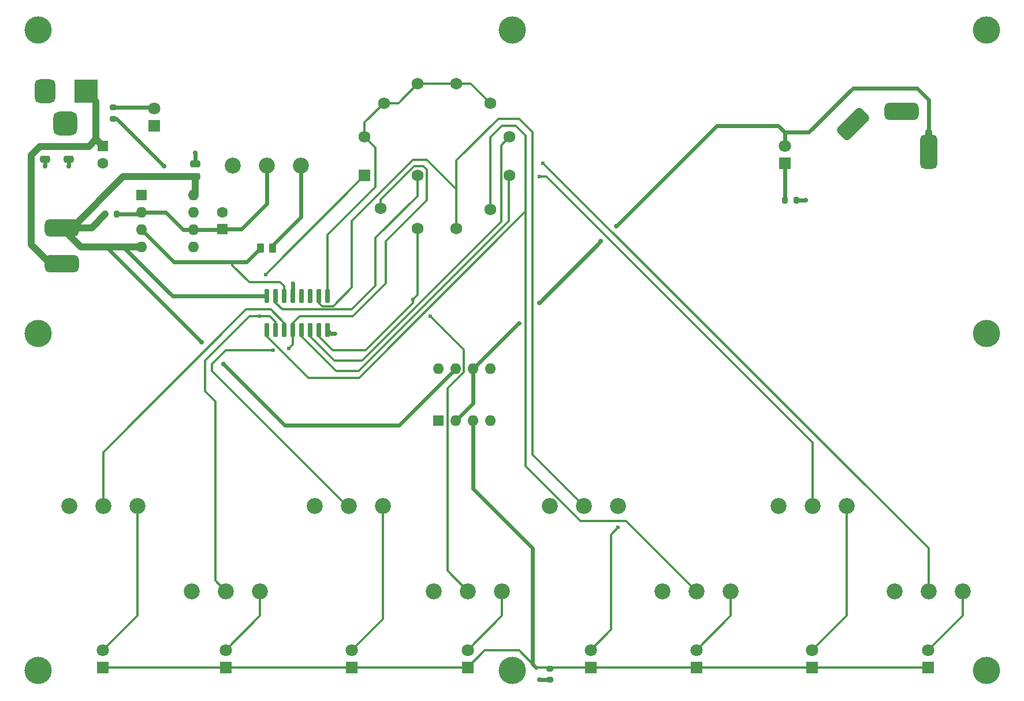
<source format=gbr>
%TF.GenerationSoftware,KiCad,Pcbnew,8.0.3*%
%TF.CreationDate,2024-06-17T23:07:46+02:00*%
%TF.ProjectId,Sequenceur,53657175-656e-4636-9575-722e6b696361,rev?*%
%TF.SameCoordinates,PX4add0a0PY8e93060*%
%TF.FileFunction,Copper,L1,Top*%
%TF.FilePolarity,Positive*%
%FSLAX46Y46*%
G04 Gerber Fmt 4.6, Leading zero omitted, Abs format (unit mm)*
G04 Created by KiCad (PCBNEW 8.0.3) date 2024-06-17 23:07:46*
%MOMM*%
%LPD*%
G01*
G04 APERTURE LIST*
G04 Aperture macros list*
%AMRoundRect*
0 Rectangle with rounded corners*
0 $1 Rounding radius*
0 $2 $3 $4 $5 $6 $7 $8 $9 X,Y pos of 4 corners*
0 Add a 4 corners polygon primitive as box body*
4,1,4,$2,$3,$4,$5,$6,$7,$8,$9,$2,$3,0*
0 Add four circle primitives for the rounded corners*
1,1,$1+$1,$2,$3*
1,1,$1+$1,$4,$5*
1,1,$1+$1,$6,$7*
1,1,$1+$1,$8,$9*
0 Add four rect primitives between the rounded corners*
20,1,$1+$1,$2,$3,$4,$5,0*
20,1,$1+$1,$4,$5,$6,$7,0*
20,1,$1+$1,$6,$7,$8,$9,0*
20,1,$1+$1,$8,$9,$2,$3,0*%
G04 Aperture macros list end*
%TA.AperFunction,ComponentPad*%
%ADD10R,3.500000X3.500000*%
%TD*%
%TA.AperFunction,ComponentPad*%
%ADD11RoundRect,0.750000X-0.750000X-1.000000X0.750000X-1.000000X0.750000X1.000000X-0.750000X1.000000X0*%
%TD*%
%TA.AperFunction,ComponentPad*%
%ADD12RoundRect,0.875000X-0.875000X-0.875000X0.875000X-0.875000X0.875000X0.875000X-0.875000X0.875000X0*%
%TD*%
%TA.AperFunction,ComponentPad*%
%ADD13RoundRect,0.625000X1.767767X0.883883X0.883883X1.767767X-1.767767X-0.883883X-0.883883X-1.767767X0*%
%TD*%
%TA.AperFunction,ComponentPad*%
%ADD14RoundRect,0.625000X-0.625000X-1.875000X0.625000X-1.875000X0.625000X1.875000X-0.625000X1.875000X0*%
%TD*%
%TA.AperFunction,ComponentPad*%
%ADD15RoundRect,0.625000X-1.875000X0.625000X-1.875000X-0.625000X1.875000X-0.625000X1.875000X0.625000X0*%
%TD*%
%TA.AperFunction,ComponentPad*%
%ADD16RoundRect,0.625000X1.875000X-0.625000X1.875000X0.625000X-1.875000X0.625000X-1.875000X-0.625000X0*%
%TD*%
%TA.AperFunction,WasherPad*%
%ADD17C,4.000000*%
%TD*%
%TA.AperFunction,ComponentPad*%
%ADD18C,2.340000*%
%TD*%
%TA.AperFunction,SMDPad,CuDef*%
%ADD19RoundRect,0.200000X0.200000X0.275000X-0.200000X0.275000X-0.200000X-0.275000X0.200000X-0.275000X0*%
%TD*%
%TA.AperFunction,ComponentPad*%
%ADD20R,1.800000X1.800000*%
%TD*%
%TA.AperFunction,ComponentPad*%
%ADD21C,1.800000*%
%TD*%
%TA.AperFunction,SMDPad,CuDef*%
%ADD22RoundRect,0.200000X0.275000X-0.200000X0.275000X0.200000X-0.275000X0.200000X-0.275000X-0.200000X0*%
%TD*%
%TA.AperFunction,ComponentPad*%
%ADD23R,1.600000X1.600000*%
%TD*%
%TA.AperFunction,ComponentPad*%
%ADD24O,1.600000X1.600000*%
%TD*%
%TA.AperFunction,ComponentPad*%
%ADD25C,1.600000*%
%TD*%
%TA.AperFunction,SMDPad,CuDef*%
%ADD26RoundRect,0.250000X0.475000X-0.250000X0.475000X0.250000X-0.475000X0.250000X-0.475000X-0.250000X0*%
%TD*%
%TA.AperFunction,SMDPad,CuDef*%
%ADD27RoundRect,0.042000X0.258000X-0.943000X0.258000X0.943000X-0.258000X0.943000X-0.258000X-0.943000X0*%
%TD*%
%TA.AperFunction,SMDPad,CuDef*%
%ADD28RoundRect,0.250000X-0.475000X0.250000X-0.475000X-0.250000X0.475000X-0.250000X0.475000X0.250000X0*%
%TD*%
%TA.AperFunction,SMDPad,CuDef*%
%ADD29RoundRect,0.250000X0.262500X0.450000X-0.262500X0.450000X-0.262500X-0.450000X0.262500X-0.450000X0*%
%TD*%
%TA.AperFunction,ComponentPad*%
%ADD30R,1.755000X1.755000*%
%TD*%
%TA.AperFunction,ComponentPad*%
%ADD31C,1.750000*%
%TD*%
%TA.AperFunction,ComponentPad*%
%ADD32C,1.755000*%
%TD*%
%TA.AperFunction,SMDPad,CuDef*%
%ADD33RoundRect,0.200000X-0.275000X0.200000X-0.275000X-0.200000X0.275000X-0.200000X0.275000X0.200000X0*%
%TD*%
%TA.AperFunction,ViaPad*%
%ADD34C,0.700000*%
%TD*%
%TA.AperFunction,ViaPad*%
%ADD35C,0.600000*%
%TD*%
%TA.AperFunction,Conductor*%
%ADD36C,0.600000*%
%TD*%
%TA.AperFunction,Conductor*%
%ADD37C,1.000000*%
%TD*%
%TA.AperFunction,Conductor*%
%ADD38C,0.300000*%
%TD*%
G04 APERTURE END LIST*
D10*
%TO.P,J1,1*%
%TO.N,Net-(C1-Pad1)*%
X10000000Y88000000D03*
D11*
%TO.P,J1,2*%
%TO.N,GND*%
X4000000Y88000000D03*
D12*
%TO.P,J1,3*%
X7000000Y83300000D03*
%TD*%
D13*
%TO.P,J2,S*%
%TO.N,GND*%
X122503806Y83212500D03*
D14*
%TO.P,J2,T*%
%TO.N,Net-(D10-A)*%
X133600000Y79112500D03*
D15*
%TO.P,J2,TN*%
%TO.N,unconnected-(J2-PadTN)*%
X129600000Y85112500D03*
%TD*%
D16*
%TO.P,SW1,1,1*%
%TO.N,Net-(C1-Pad1)*%
X6500000Y62750000D03*
%TO.P,SW1,2,2*%
%TO.N,VCC*%
X6500000Y68000000D03*
%TD*%
D17*
%TO.P,,*%
%TO.N,*%
X142000000Y97000000D03*
%TD*%
%TO.P,,*%
%TO.N,*%
X3000000Y52500000D03*
%TD*%
%TO.P,,*%
%TO.N,*%
X142000000Y52500000D03*
%TD*%
%TO.P,,*%
%TO.N,*%
X72500000Y3000000D03*
%TD*%
%TO.P,,*%
%TO.N,*%
X72500000Y97000000D03*
%TD*%
%TO.P,,*%
%TO.N,*%
X142000000Y3000000D03*
%TD*%
%TO.P,,*%
%TO.N,*%
X3000000Y3000000D03*
%TD*%
%TO.P,,*%
%TO.N,*%
X3000000Y97000000D03*
%TD*%
D18*
%TO.P,RV8,1,1*%
%TO.N,GND*%
X111547000Y27158000D03*
%TO.P,RV8,2,2*%
%TO.N,sig_6*%
X116547000Y27158000D03*
%TO.P,RV8,3,3*%
%TO.N,Net-(D7-A)*%
X121547000Y27158000D03*
%TD*%
D19*
%TO.P,R5,1*%
%TO.N,GND*%
X114150000Y72000000D03*
%TO.P,R5,2*%
%TO.N,Net-(D10-K)*%
X112500000Y72000000D03*
%TD*%
D18*
%TO.P,RV5,1,1*%
%TO.N,GND*%
X78047000Y27158000D03*
%TO.P,RV5,2,2*%
%TO.N,sig_4*%
X83047000Y27158000D03*
%TO.P,RV5,3,3*%
%TO.N,Net-(D5-A)*%
X88047000Y27158000D03*
%TD*%
D20*
%TO.P,D5,1,K*%
%TO.N,Net-(D1-K)*%
X84000000Y3500000D03*
D21*
%TO.P,D5,2,A*%
%TO.N,Net-(D5-A)*%
X84000000Y6040000D03*
%TD*%
D18*
%TO.P,RV1,1,1*%
%TO.N,GND*%
X7547000Y27158000D03*
%TO.P,RV1,2,2*%
%TO.N,sig_0*%
X12547000Y27158000D03*
%TO.P,RV1,3,3*%
%TO.N,Net-(D1-A)*%
X17547000Y27158000D03*
%TD*%
D20*
%TO.P,D7,1,K*%
%TO.N,Net-(D1-K)*%
X116500000Y3500000D03*
D21*
%TO.P,D7,2,A*%
%TO.N,Net-(D7-A)*%
X116500000Y6040000D03*
%TD*%
D20*
%TO.P,D2,1,K*%
%TO.N,Net-(D1-K)*%
X30500000Y3500000D03*
D21*
%TO.P,D2,2,A*%
%TO.N,Net-(D2-A)*%
X30500000Y6040000D03*
%TD*%
D22*
%TO.P,R4,1*%
%TO.N,Net-(U1-Q)*%
X14000000Y84000000D03*
%TO.P,R4,2*%
%TO.N,Net-(D9-A)*%
X14000000Y85650000D03*
%TD*%
D23*
%TO.P,U1,1,GND*%
%TO.N,GND*%
X18200000Y72800000D03*
D24*
%TO.P,U1,2,TR*%
%TO.N,Net-(U1-THR)*%
X18200000Y70260000D03*
%TO.P,U1,3,Q*%
%TO.N,Net-(U1-Q)*%
X18200000Y67720000D03*
%TO.P,U1,4,R*%
%TO.N,VCC*%
X18200000Y65180000D03*
%TO.P,U1,5,CV*%
%TO.N,unconnected-(U1-CV-Pad5)*%
X25820000Y65180000D03*
%TO.P,U1,6,THR*%
%TO.N,Net-(U1-THR)*%
X25820000Y67720000D03*
%TO.P,U1,7,DIS*%
%TO.N,unconnected-(U1-DIS-Pad7)*%
X25820000Y70260000D03*
%TO.P,U1,8,VCC*%
%TO.N,VCC*%
X25820000Y72800000D03*
%TD*%
D20*
%TO.P,D3,1,K*%
%TO.N,Net-(D1-K)*%
X49000000Y3500000D03*
D21*
%TO.P,D3,2,A*%
%TO.N,Net-(D3-A)*%
X49000000Y6040000D03*
%TD*%
D18*
%TO.P,RV2,1,1*%
%TO.N,GND*%
X25547000Y14658000D03*
%TO.P,RV2,2,2*%
%TO.N,sig_1*%
X30547000Y14658000D03*
%TO.P,RV2,3,3*%
%TO.N,Net-(D2-A)*%
X35547000Y14658000D03*
%TD*%
D19*
%TO.P,R1,1*%
%TO.N,Net-(U1-THR)*%
X14500000Y70000000D03*
%TO.P,R1,2*%
%TO.N,VCC*%
X12850000Y70000000D03*
%TD*%
D23*
%TO.P,C1,1*%
%TO.N,Net-(C1-Pad1)*%
X12500000Y80000000D03*
D25*
%TO.P,C1,2*%
%TO.N,GND*%
X12500000Y77500000D03*
%TD*%
D23*
%TO.P,C4,1*%
%TO.N,Net-(U1-THR)*%
X30000000Y67794888D03*
D25*
%TO.P,C4,2*%
%TO.N,GND*%
X30000000Y70294888D03*
%TD*%
D20*
%TO.P,D8,1,K*%
%TO.N,Net-(D1-K)*%
X133500000Y3500000D03*
D21*
%TO.P,D8,2,A*%
%TO.N,Net-(D8-A)*%
X133500000Y6040000D03*
%TD*%
D26*
%TO.P,C5,1*%
%TO.N,VCC*%
X26000000Y75500000D03*
%TO.P,C5,2*%
%TO.N,GND*%
X26000000Y77400000D03*
%TD*%
D20*
%TO.P,D10,1,K*%
%TO.N,Net-(D10-K)*%
X112500000Y77460000D03*
D21*
%TO.P,D10,2,A*%
%TO.N,Net-(D10-A)*%
X112500000Y80000000D03*
%TD*%
D27*
%TO.P,U3,1,Q5*%
%TO.N,sig_5*%
X36555000Y53025000D03*
%TO.P,U3,2,Q1*%
%TO.N,sig_1*%
X37825000Y53025000D03*
%TO.P,U3,3,Q0*%
%TO.N,sig_0*%
X39095000Y53025000D03*
%TO.P,U3,4,Q2*%
%TO.N,sig_2*%
X40365000Y53025000D03*
%TO.P,U3,5,Q6*%
%TO.N,sig_6*%
X41635000Y53025000D03*
%TO.P,U3,6,Q7*%
%TO.N,sig_7*%
X42905000Y53025000D03*
%TO.P,U3,7,Q3*%
%TO.N,sig_3*%
X44175000Y53025000D03*
%TO.P,U3,8,VSS*%
%TO.N,GND*%
X45445000Y53025000D03*
%TO.P,U3,9,Q8*%
%TO.N,Net-(U3-Q8)*%
X45445000Y57975000D03*
%TO.P,U3,10,Q4*%
%TO.N,sig_4*%
X44175000Y57975000D03*
%TO.P,U3,11,Q9*%
%TO.N,unconnected-(U3-Q9-Pad11)*%
X42905000Y57975000D03*
%TO.P,U3,12,Cout*%
%TO.N,unconnected-(U3-Cout-Pad12)*%
X41635000Y57975000D03*
%TO.P,U3,13,CKEN*%
%TO.N,GND*%
X40365000Y57975000D03*
%TO.P,U3,14,CLK*%
%TO.N,Net-(U1-Q)*%
X39095000Y57975000D03*
%TO.P,U3,15,Reset*%
%TO.N,Net-(U3-Reset)*%
X37825000Y57975000D03*
%TO.P,U3,16,VDD*%
%TO.N,VCC*%
X36555000Y57975000D03*
%TD*%
D28*
%TO.P,C3,1*%
%TO.N,Net-(C1-Pad1)*%
X4000000Y79950000D03*
%TO.P,C3,2*%
%TO.N,GND*%
X4000000Y78050000D03*
%TD*%
D20*
%TO.P,D4,1,K*%
%TO.N,Net-(D1-K)*%
X66000000Y3500000D03*
D21*
%TO.P,D4,2,A*%
%TO.N,Net-(D4-A)*%
X66000000Y6040000D03*
%TD*%
D29*
%TO.P,R2,1*%
%TO.N,Net-(R2-Pad1)*%
X37412500Y65000000D03*
%TO.P,R2,2*%
%TO.N,Net-(U1-Q)*%
X35587500Y65000000D03*
%TD*%
D20*
%TO.P,D6,1,K*%
%TO.N,Net-(D1-K)*%
X99500000Y3500000D03*
D21*
%TO.P,D6,2,A*%
%TO.N,Net-(D6-A)*%
X99500000Y6040000D03*
%TD*%
D20*
%TO.P,D1,1,K*%
%TO.N,Net-(D1-K)*%
X12500000Y3500000D03*
D21*
%TO.P,D1,2,A*%
%TO.N,Net-(D1-A)*%
X12500000Y6040000D03*
%TD*%
D28*
%TO.P,C2,1*%
%TO.N,Net-(C1-Pad1)*%
X7500000Y79950000D03*
%TO.P,C2,2*%
%TO.N,GND*%
X7500000Y78050000D03*
%TD*%
D23*
%TO.P,U2,1,VOS*%
%TO.N,unconnected-(U2-VOS-Pad1)*%
X61700000Y39700000D03*
D24*
%TO.P,U2,2,-*%
%TO.N,Net-(D10-A)*%
X64240000Y39700000D03*
%TO.P,U2,3,+*%
%TO.N,Net-(D1-K)*%
X66780000Y39700000D03*
%TO.P,U2,4,V-*%
%TO.N,GND*%
X69320000Y39700000D03*
%TO.P,U2,5,NC*%
%TO.N,unconnected-(U2-NC-Pad5)*%
X69320000Y47320000D03*
%TO.P,U2,6*%
%TO.N,Net-(D10-A)*%
X66780000Y47320000D03*
%TO.P,U2,7,V+*%
%TO.N,VCC*%
X64240000Y47320000D03*
%TO.P,U2,8,VOS*%
%TO.N,unconnected-(U2-VOS-Pad8)*%
X61700000Y47320000D03*
%TD*%
D18*
%TO.P,RV4,1,1*%
%TO.N,GND*%
X61000000Y14658000D03*
%TO.P,RV4,2,2*%
%TO.N,sig_3*%
X66000000Y14658000D03*
%TO.P,RV4,3,3*%
%TO.N,Net-(D4-A)*%
X71000000Y14658000D03*
%TD*%
%TO.P,RV9,1,1*%
%TO.N,GND*%
X128547000Y14658000D03*
%TO.P,RV9,2,2*%
%TO.N,sig_7*%
X133547000Y14658000D03*
%TO.P,RV9,3,3*%
%TO.N,Net-(D8-A)*%
X138547000Y14658000D03*
%TD*%
%TO.P,RV6,1,1*%
%TO.N,GND*%
X94547000Y14658000D03*
%TO.P,RV6,2,2*%
%TO.N,sig_5*%
X99547000Y14658000D03*
%TO.P,RV6,3,3*%
%TO.N,Net-(D6-A)*%
X104547000Y14658000D03*
%TD*%
D30*
%TO.P,SW2,1,1*%
%TO.N,sig_1*%
X50874816Y75652991D03*
D31*
%TO.P,SW2,2,2*%
%TO.N,sig_2*%
X53245000Y70880000D03*
%TO.P,SW2,3,3*%
%TO.N,sig_3*%
X58652991Y67874816D03*
%TO.P,SW2,4,4*%
%TO.N,sig_4*%
X64347009Y67874816D03*
D32*
%TO.P,SW2,5,5*%
%TO.N,sig_5*%
X69278175Y70721825D03*
D31*
%TO.P,SW2,6,6*%
%TO.N,sig_6*%
X72125184Y75652991D03*
%TO.P,SW2,7,7*%
%TO.N,sig_7*%
X72125184Y81347009D03*
D32*
%TO.P,SW2,8,8*%
%TO.N,Net-(U3-Q8)*%
X69278175Y86278175D03*
D31*
%TO.P,SW2,9,9*%
X64347009Y89125184D03*
%TO.P,SW2,10,10*%
X58652991Y89125184D03*
%TO.P,SW2,11,11*%
X53721825Y86278175D03*
%TO.P,SW2,12,12*%
X50874816Y81347009D03*
D32*
%TO.P,SW2,13,13*%
%TO.N,Net-(U3-Reset)*%
X58671573Y75671573D03*
%TD*%
D18*
%TO.P,RV3,1,1*%
%TO.N,GND*%
X43547000Y27158000D03*
%TO.P,RV3,2,2*%
%TO.N,sig_2*%
X48547000Y27158000D03*
%TO.P,RV3,3,3*%
%TO.N,Net-(D3-A)*%
X53547000Y27158000D03*
%TD*%
D33*
%TO.P,R3,1*%
%TO.N,Net-(D1-K)*%
X78000000Y3325000D03*
%TO.P,R3,2*%
%TO.N,GND*%
X78000000Y1675000D03*
%TD*%
D20*
%TO.P,D9,1,K*%
%TO.N,GND*%
X20000000Y82960000D03*
D21*
%TO.P,D9,2,A*%
%TO.N,Net-(D9-A)*%
X20000000Y85500000D03*
%TD*%
D18*
%TO.P,RV7,1,1*%
%TO.N,unconnected-(RV7-Pad1)*%
X31547000Y77158000D03*
%TO.P,RV7,2,2*%
%TO.N,Net-(U1-THR)*%
X36547000Y77158000D03*
%TO.P,RV7,3,3*%
%TO.N,Net-(R2-Pad1)*%
X41547000Y77158000D03*
%TD*%
D34*
%TO.N,GND*%
X26000000Y79000000D03*
X115500000Y72000000D03*
X76500000Y1675000D03*
D35*
X40365000Y59865000D03*
D34*
X7500000Y77000000D03*
D35*
X46500000Y52500000D03*
D34*
X4000000Y77000000D03*
%TO.N,VCC*%
X27000000Y51180000D03*
X30180000Y48000000D03*
D35*
%TO.N,Net-(D5-A)*%
X88047000Y24000000D03*
D34*
%TO.N,Net-(U1-Q)*%
X21500000Y77000000D03*
D35*
%TO.N,sig_1*%
X36360912Y61139088D03*
X35500000Y55000000D03*
%TO.N,sig_2*%
X39750000Y50250000D03*
X37500000Y50000000D03*
%TO.N,sig_3*%
X58000000Y57500000D03*
X60500000Y55000000D03*
%TO.N,sig_6*%
X76500000Y75500000D03*
%TO.N,sig_7*%
X77000000Y77500000D03*
D34*
%TO.N,Net-(D10-A)*%
X85500000Y66000000D03*
X76500000Y57000000D03*
X87750000Y68250000D03*
D35*
X73500000Y54000000D03*
%TD*%
D36*
%TO.N,Net-(D10-A)*%
X133600000Y82000000D02*
X133600000Y86801745D01*
X133600000Y86801745D02*
X131901745Y88500000D01*
X131901745Y88500000D02*
X122500000Y88500000D01*
X122500000Y88500000D02*
X116000000Y82000000D01*
X116000000Y82000000D02*
X112500000Y82000000D01*
D37*
X133600000Y79112500D02*
X133600000Y82000000D01*
D36*
X87750000Y68250000D02*
X102500000Y83000000D01*
X102500000Y83000000D02*
X111500000Y83000000D01*
X112500000Y82000000D02*
X112500000Y80000000D01*
X111500000Y83000000D02*
X112500000Y82000000D01*
D37*
%TO.N,Net-(C1-Pad1)*%
X11500000Y81000000D02*
X10450000Y79950000D01*
X10450000Y79950000D02*
X7500000Y79950000D01*
D38*
%TO.N,Net-(D1-K)*%
X75500000Y4000000D02*
X73500000Y6000000D01*
X73500000Y6000000D02*
X68500000Y6000000D01*
D36*
X75500000Y21000000D02*
X66780000Y29720000D01*
D38*
X68500000Y6000000D02*
X66000000Y3500000D01*
D36*
X75500000Y4000000D02*
X75500000Y21000000D01*
X76000000Y3500000D02*
X75500000Y4000000D01*
X66780000Y29720000D02*
X66780000Y39700000D01*
D38*
X76000000Y3500000D02*
X84000000Y3500000D01*
D36*
%TO.N,GND*%
X76500000Y1675000D02*
X77825000Y1675000D01*
X40365000Y59865000D02*
X40365000Y57975000D01*
X45970000Y52500000D02*
X45445000Y53025000D01*
X46500000Y52500000D02*
X45970000Y52500000D01*
X114150000Y72000000D02*
X115500000Y72000000D01*
X26000000Y77400000D02*
X26000000Y79000000D01*
X4000000Y78050000D02*
X4000000Y77000000D01*
X7500000Y78050000D02*
X7500000Y77000000D01*
%TO.N,Net-(U1-THR)*%
X21740000Y70260000D02*
X18200000Y70260000D01*
X36547000Y71547000D02*
X32794888Y67794888D01*
X32794888Y67794888D02*
X30000000Y67794888D01*
X25820000Y67720000D02*
X24280000Y67720000D01*
X36547000Y77158000D02*
X36547000Y71547000D01*
X24280000Y67720000D02*
X21740000Y70260000D01*
X25820000Y67720000D02*
X29925112Y67720000D01*
X17940000Y70000000D02*
X14500000Y70000000D01*
D37*
%TO.N,VCC*%
X13000000Y65180000D02*
X9320000Y65180000D01*
D36*
X55920000Y39000000D02*
X64240000Y47320000D01*
D37*
X15500000Y65180000D02*
X13000000Y65180000D01*
X6500000Y68000000D02*
X10850000Y68000000D01*
X9320000Y65180000D02*
X6500000Y68000000D01*
D36*
X30180000Y48000000D02*
X39180000Y39000000D01*
D37*
X26000000Y75500000D02*
X26000000Y72980000D01*
D36*
X22705000Y57975000D02*
X15500000Y65180000D01*
D37*
X8000000Y68000000D02*
X15500000Y75500000D01*
X15500000Y65180000D02*
X18200000Y65180000D01*
D36*
X27000000Y51180000D02*
X13000000Y65180000D01*
D37*
X10850000Y68000000D02*
X12850000Y70000000D01*
X15500000Y75500000D02*
X26000000Y75500000D01*
D36*
X39180000Y39000000D02*
X55920000Y39000000D01*
X36555000Y57975000D02*
X22705000Y57975000D01*
D38*
%TO.N,Net-(D1-A)*%
X17547000Y11087000D02*
X12500000Y6040000D01*
X17547000Y27158000D02*
X17547000Y11087000D01*
%TO.N,Net-(D2-A)*%
X35547000Y14658000D02*
X35547000Y11087000D01*
X35547000Y11087000D02*
X30500000Y6040000D01*
%TO.N,Net-(D3-A)*%
X53547000Y10587000D02*
X49000000Y6040000D01*
X53547000Y27158000D02*
X53547000Y10587000D01*
%TO.N,Net-(D4-A)*%
X71000000Y11040000D02*
X66000000Y6040000D01*
X71000000Y14658000D02*
X71000000Y11040000D01*
%TO.N,Net-(D5-A)*%
X87000000Y9040000D02*
X84000000Y6040000D01*
X88047000Y24000000D02*
X87000000Y22953000D01*
X87000000Y22953000D02*
X87000000Y9040000D01*
%TO.N,Net-(D6-A)*%
X104547000Y11087000D02*
X99500000Y6040000D01*
X104547000Y14658000D02*
X104547000Y11087000D01*
%TO.N,Net-(D7-A)*%
X121547000Y11087000D02*
X116500000Y6040000D01*
X121547000Y27158000D02*
X121547000Y11087000D01*
%TO.N,Net-(D8-A)*%
X138547000Y11087000D02*
X133500000Y6040000D01*
X138547000Y14658000D02*
X138547000Y11087000D01*
D36*
%TO.N,Net-(D9-A)*%
X14000000Y85650000D02*
X19850000Y85650000D01*
%TO.N,Net-(U1-Q)*%
X31500000Y63000000D02*
X33587500Y63000000D01*
D38*
X31500000Y63000000D02*
X31500000Y62500000D01*
X39095000Y59405000D02*
X39095000Y57975000D01*
D36*
X22920000Y63000000D02*
X18200000Y67720000D01*
X21500000Y77000000D02*
X14500000Y84000000D01*
D38*
X38500000Y60000000D02*
X39095000Y59405000D01*
X34000000Y60000000D02*
X38500000Y60000000D01*
D36*
X33587500Y63000000D02*
X35587500Y65000000D01*
X31500000Y63000000D02*
X22920000Y63000000D01*
X14500000Y84000000D02*
X14000000Y84000000D01*
D38*
X31500000Y62500000D02*
X34000000Y60000000D01*
%TO.N,Net-(D1-K)*%
X30500000Y3500000D02*
X49000000Y3500000D01*
X99500000Y3500000D02*
X84000000Y3500000D01*
X49000000Y3500000D02*
X66000000Y3500000D01*
X99500000Y3500000D02*
X116500000Y3500000D01*
X116500000Y3500000D02*
X133500000Y3500000D01*
X12500000Y3500000D02*
X30500000Y3500000D01*
%TO.N,sig_0*%
X39095000Y54009999D02*
X39095000Y53025000D01*
X37104999Y56000000D02*
X39095000Y54009999D01*
X12547000Y35047000D02*
X12547000Y27158000D01*
X33500000Y56000000D02*
X37104999Y56000000D01*
X12547000Y35047000D02*
X33500000Y56000000D01*
%TO.N,sig_1*%
X29000000Y16205000D02*
X30547000Y14658000D01*
X29000000Y42500000D02*
X29000000Y16205000D01*
X37000000Y55000000D02*
X37825000Y54175000D01*
X27500000Y44000000D02*
X29000000Y42500000D01*
X34000000Y55000000D02*
X27500000Y48500000D01*
X35500000Y55000000D02*
X34000000Y55000000D01*
X36360912Y61139088D02*
X36360913Y61139088D01*
X36360913Y61139088D02*
X50874816Y75652991D01*
X27500000Y48500000D02*
X27500000Y44000000D01*
X35500000Y55000000D02*
X37000000Y55000000D01*
X37825000Y54175000D02*
X37825000Y53025000D01*
%TO.N,sig_2*%
X28500000Y48000000D02*
X28500000Y47000000D01*
X40365000Y54009999D02*
X40365000Y53025000D01*
X58127564Y77000000D02*
X59500000Y77000000D01*
X60000000Y72000000D02*
X54000000Y66000000D01*
X54000000Y59823464D02*
X49176536Y55000000D01*
X41355001Y55000000D02*
X40365000Y54009999D01*
X49176536Y55000000D02*
X41355001Y55000000D01*
X53245000Y72117436D02*
X58127564Y77000000D01*
X37500000Y50000000D02*
X30500000Y50000000D01*
X60000000Y76500000D02*
X60000000Y72000000D01*
X39750000Y50250000D02*
X40365000Y50865000D01*
X53245000Y70880000D02*
X53245000Y72117436D01*
X28500000Y47000000D02*
X48547000Y26953000D01*
X40365000Y50865000D02*
X40365000Y53025000D01*
X54000000Y66000000D02*
X54000000Y59823464D01*
X30500000Y50000000D02*
X28500000Y48000000D01*
X59500000Y77000000D02*
X60000000Y76500000D01*
%TO.N,sig_3*%
X51000000Y50000000D02*
X46215001Y50000000D01*
X66000000Y14658000D02*
X63000000Y17658000D01*
X58000000Y57500000D02*
X58000000Y57000000D01*
X44175000Y52040001D02*
X44175000Y53025000D01*
X46215001Y50000000D02*
X44175000Y52040001D01*
X65390000Y46843654D02*
X65390000Y50110000D01*
X58652991Y58152991D02*
X58652991Y67874816D01*
X65390000Y50110000D02*
X60500000Y55000000D01*
X63000000Y17658000D02*
X63000000Y44453654D01*
X63000000Y44453654D02*
X65390000Y46843654D01*
X58000000Y57000000D02*
X51000000Y50000000D01*
X58000000Y57500000D02*
X58652991Y58152991D01*
%TO.N,sig_4*%
X64347009Y67874816D02*
X64347009Y73652991D01*
X60000000Y78000000D02*
X58000000Y78000000D01*
X49000000Y59250000D02*
X46250000Y56500000D01*
X58000000Y78000000D02*
X49000000Y69000000D01*
X49000000Y69000000D02*
X49000000Y59250000D01*
X44665001Y56500000D02*
X44175000Y56990001D01*
X46250000Y56500000D02*
X44665001Y56500000D01*
X44175000Y56990001D02*
X44175000Y57975000D01*
X75500000Y34705000D02*
X83047000Y27158000D01*
X73500000Y84000000D02*
X75500000Y82000000D01*
X64347009Y77847009D02*
X70500000Y84000000D01*
X64347009Y73652991D02*
X64347009Y77847009D01*
X75500000Y82000000D02*
X75500000Y34705000D01*
X70500000Y84000000D02*
X73500000Y84000000D01*
X64347009Y73652991D02*
X60000000Y78000000D01*
%TO.N,sig_5*%
X42595001Y46000000D02*
X36555000Y52040001D01*
X99547000Y14658000D02*
X89205000Y25000000D01*
X73000000Y83000000D02*
X74500000Y81500000D01*
X74500000Y81500000D02*
X74500000Y72000000D01*
X89205000Y25000000D02*
X82500000Y25000000D01*
X69278175Y70721825D02*
X69278175Y81278175D01*
X82500000Y25000000D02*
X74500000Y33000000D01*
X69278175Y81278175D02*
X71000000Y83000000D01*
X50103553Y46000000D02*
X42595001Y46000000D01*
X36555000Y52040001D02*
X36555000Y53025000D01*
X74500000Y33000000D02*
X74500000Y72000000D01*
X74500000Y70396447D02*
X50103553Y46000000D01*
X71000000Y83000000D02*
X73000000Y83000000D01*
X74500000Y72000000D02*
X74500000Y70396447D01*
%TO.N,sig_6*%
X46675001Y47000000D02*
X41635000Y52040001D01*
X41635000Y52040001D02*
X41635000Y53025000D01*
X77500000Y75500000D02*
X116547000Y36453000D01*
X72000000Y75527807D02*
X72000000Y69000000D01*
X72000000Y69000000D02*
X50000000Y47000000D01*
X116547000Y36453000D02*
X116547000Y27158000D01*
X50000000Y47000000D02*
X46675001Y47000000D01*
X76500000Y75500000D02*
X77500000Y75500000D01*
%TO.N,sig_7*%
X46445001Y48500000D02*
X42905000Y52040001D01*
X70900184Y80122009D02*
X70900184Y68900184D01*
X77000000Y77500000D02*
X133547000Y20953000D01*
X70900184Y68900184D02*
X50500000Y48500000D01*
X133547000Y20953000D02*
X133547000Y14658000D01*
X42905000Y52040001D02*
X42905000Y53025000D01*
X50500000Y48500000D02*
X46445001Y48500000D01*
X72125184Y81347009D02*
X70900184Y80122009D01*
D37*
%TO.N,Net-(C1-Pad1)*%
X10000000Y88000000D02*
X11500000Y86500000D01*
X2000000Y78675000D02*
X2000000Y65500000D01*
X4000000Y79950000D02*
X3275000Y79950000D01*
X7500000Y79950000D02*
X4000000Y79950000D01*
X11500000Y86500000D02*
X11500000Y81000000D01*
X3275000Y79950000D02*
X2000000Y78675000D01*
X2000000Y65500000D02*
X4750000Y62750000D01*
X11500000Y81000000D02*
X12500000Y80000000D01*
D36*
%TO.N,Net-(D10-A)*%
X73500000Y54000000D02*
X73460000Y54000000D01*
X66780000Y47320000D02*
X66780000Y42240000D01*
X85500000Y66000000D02*
X76500000Y57000000D01*
X73460000Y54000000D02*
X66780000Y47320000D01*
X66780000Y42240000D02*
X64240000Y39700000D01*
%TO.N,Net-(D10-K)*%
X112500000Y77460000D02*
X112500000Y72000000D01*
%TO.N,Net-(R2-Pad1)*%
X37412500Y65000000D02*
X37412500Y65412500D01*
X37412500Y65412500D02*
X41547000Y69547000D01*
X41547000Y69547000D02*
X41547000Y77158000D01*
D38*
%TO.N,Net-(U3-Q8)*%
X55805982Y86278175D02*
X58652991Y89125184D01*
X50874816Y81347009D02*
X50874816Y83431166D01*
X53721825Y86278175D02*
X55805982Y86278175D01*
X52500000Y74000000D02*
X45445000Y66945000D01*
X58652991Y89125184D02*
X64347009Y89125184D01*
X66431166Y89125184D02*
X69278175Y86278175D01*
X50874816Y83431166D02*
X53721825Y86278175D01*
X45445000Y66945000D02*
X45445000Y57975000D01*
X52500000Y79721825D02*
X52500000Y74000000D01*
X50874816Y81347009D02*
X52500000Y79721825D01*
X64347009Y89125184D02*
X66431166Y89125184D01*
%TO.N,Net-(U3-Reset)*%
X37825000Y57975000D02*
X37825000Y56990001D01*
X52500000Y66500000D02*
X58671573Y72671573D01*
X58671573Y72671573D02*
X58671573Y75671573D01*
X49000000Y56000000D02*
X52500000Y59500000D01*
X52500000Y59500000D02*
X52500000Y66500000D01*
X38815001Y56000000D02*
X49000000Y56000000D01*
X37825000Y56990001D02*
X38815001Y56000000D01*
%TD*%
M02*

</source>
